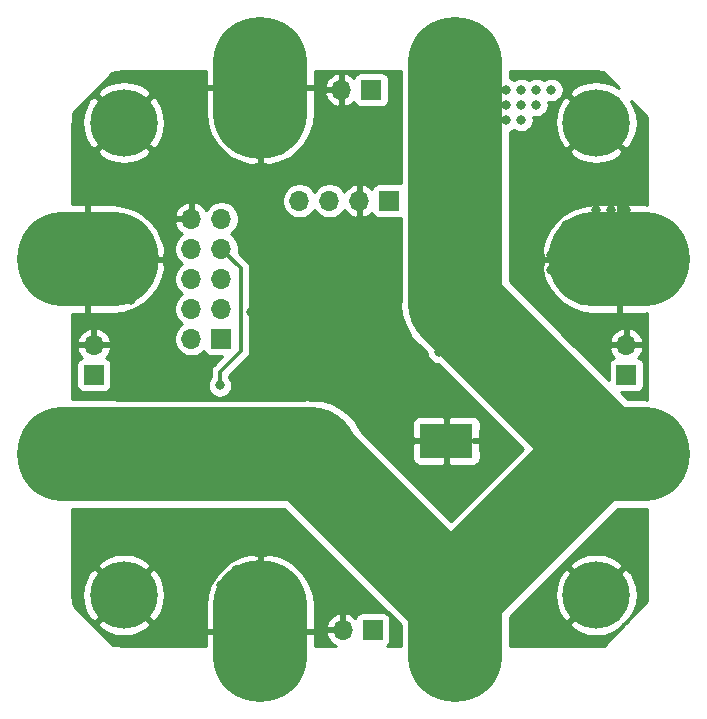
<source format=gbr>
%TF.GenerationSoftware,KiCad,Pcbnew,(5.1.8-0-10_14)*%
%TF.CreationDate,2021-02-18T22:33:31+08:00*%
%TF.ProjectId,batt_board,62617474-5f62-46f6-9172-642e6b696361,v0.2*%
%TF.SameCoordinates,Original*%
%TF.FileFunction,Copper,L2,Bot*%
%TF.FilePolarity,Positive*%
%FSLAX46Y46*%
G04 Gerber Fmt 4.6, Leading zero omitted, Abs format (unit mm)*
G04 Created by KiCad (PCBNEW (5.1.8-0-10_14)) date 2021-02-18 22:33:31*
%MOMM*%
%LPD*%
G01*
G04 APERTURE LIST*
%TA.AperFunction,ComponentPad*%
%ADD10R,1.700000X1.700000*%
%TD*%
%TA.AperFunction,ComponentPad*%
%ADD11O,1.700000X1.700000*%
%TD*%
%TA.AperFunction,SMDPad,CuDef*%
%ADD12O,8.000000X12.000000*%
%TD*%
%TA.AperFunction,SMDPad,CuDef*%
%ADD13O,12.000000X8.000000*%
%TD*%
%TA.AperFunction,ConnectorPad*%
%ADD14C,5.700000*%
%TD*%
%TA.AperFunction,ComponentPad*%
%ADD15C,3.600000*%
%TD*%
%TA.AperFunction,ComponentPad*%
%ADD16C,0.600000*%
%TD*%
%TA.AperFunction,SMDPad,CuDef*%
%ADD17R,4.500000X2.950000*%
%TD*%
%TA.AperFunction,ViaPad*%
%ADD18C,0.800000*%
%TD*%
%TA.AperFunction,Conductor*%
%ADD19C,0.500000*%
%TD*%
%TA.AperFunction,Conductor*%
%ADD20C,8.000000*%
%TD*%
%TA.AperFunction,Conductor*%
%ADD21C,0.300000*%
%TD*%
%TA.AperFunction,Conductor*%
%ADD22C,0.254000*%
%TD*%
%TA.AperFunction,Conductor*%
%ADD23C,0.100000*%
%TD*%
G04 APERTURE END LIST*
D10*
%TO.P,conn2upper1,1*%
%TO.N,+3V3*%
X128270000Y-83312000D03*
D11*
%TO.P,conn2upper1,2*%
%TO.N,Net-(conn2upper1-Pad2)*%
X125730000Y-83312000D03*
%TO.P,conn2upper1,3*%
%TO.N,+5V*%
X128270000Y-80772000D03*
%TO.P,conn2upper1,4*%
%TO.N,Net-(conn2upper1-Pad4)*%
X125730000Y-80772000D03*
%TO.P,conn2upper1,5*%
%TO.N,Net-(R13-Pad1)*%
X128270000Y-78232000D03*
%TO.P,conn2upper1,6*%
%TO.N,Net-(R12-Pad2)*%
X125730000Y-78232000D03*
%TO.P,conn2upper1,7*%
%TO.N,Net-(R10-Pad2)*%
X128270000Y-75692000D03*
%TO.P,conn2upper1,8*%
%TO.N,Net-(R11-Pad2)*%
X125730000Y-75692000D03*
%TO.P,conn2upper1,9*%
%TO.N,Net-(R9-Pad2)*%
X128270000Y-73152000D03*
%TO.P,conn2upper1,10*%
%TO.N,GND*%
X125730000Y-73152000D03*
%TD*%
D12*
%TO.P,J2,2*%
%TO.N,/VCC_IN*%
X148077200Y-108050800D03*
%TO.P,J2,1*%
%TO.N,GND*%
X131567200Y-108050800D03*
%TD*%
D13*
%TO.P,J5,2*%
%TO.N,/VCC_IN*%
X116949200Y-93077200D03*
%TO.P,J5,1*%
%TO.N,GND*%
X116949200Y-76567200D03*
%TD*%
%TO.P,J4,2*%
%TO.N,/VCC_IN*%
X161949200Y-93077200D03*
%TO.P,J4,1*%
%TO.N,GND*%
X161949200Y-76567200D03*
%TD*%
D12*
%TO.P,J3,2*%
%TO.N,/VCC_IN*%
X148077200Y-62050800D03*
%TO.P,J3,1*%
%TO.N,GND*%
X131567200Y-62050800D03*
%TD*%
D14*
%TO.P,H4,1*%
%TO.N,GND*%
X160000000Y-65000000D03*
D15*
X160000000Y-65000000D03*
%TD*%
D14*
%TO.P,H2,1*%
%TO.N,GND*%
X120000000Y-105000000D03*
D15*
X120000000Y-105000000D03*
%TD*%
D16*
%TO.P,U1,9*%
%TO.N,GND*%
X149120000Y-91348000D03*
X148020000Y-91348000D03*
X148020000Y-92548000D03*
X149120000Y-92548000D03*
X145520000Y-91348000D03*
X146720000Y-91348000D03*
X146720000Y-92548000D03*
X145520000Y-92548000D03*
D17*
X147320000Y-91948000D03*
%TD*%
D10*
%TO.P,Receiver1,1*%
%TO.N,+5V*%
X142494000Y-71628000D03*
D11*
%TO.P,Receiver1,2*%
%TO.N,GND*%
X139954000Y-71628000D03*
%TO.P,Receiver1,3*%
%TO.N,PMM*%
X137414000Y-71628000D03*
%TO.P,Receiver1,4*%
%TO.N,Net-(Receiver1-Pad4)*%
X134874000Y-71628000D03*
%TD*%
D14*
%TO.P,H3,1*%
%TO.N,GND*%
X160000000Y-105000000D03*
D15*
X160000000Y-105000000D03*
%TD*%
D14*
%TO.P,H1,1*%
%TO.N,GND*%
X120000000Y-65000000D03*
D15*
X120000000Y-65000000D03*
%TD*%
D11*
%TO.P,CH4,2*%
%TO.N,GND*%
X117475000Y-83820000D03*
D10*
%TO.P,CH4,1*%
%TO.N,PWM_CH4*%
X117475000Y-86360000D03*
%TD*%
D11*
%TO.P,CH3,2*%
%TO.N,GND*%
X138532200Y-107950000D03*
D10*
%TO.P,CH3,1*%
%TO.N,PWM_CH3*%
X141072200Y-107950000D03*
%TD*%
D11*
%TO.P,CH2,2*%
%TO.N,GND*%
X162560000Y-83820000D03*
D10*
%TO.P,CH2,1*%
%TO.N,PWM_CH2*%
X162560000Y-86360000D03*
%TD*%
D11*
%TO.P,CH1,2*%
%TO.N,GND*%
X138430000Y-62230000D03*
D10*
%TO.P,CH1,1*%
%TO.N,PWM_CH1*%
X140970000Y-62230000D03*
%TD*%
D18*
%TO.N,GND*%
X120142000Y-84328000D03*
X120650000Y-80010000D03*
X133350000Y-67310000D03*
X132080000Y-67310000D03*
X130810000Y-67310000D03*
%TO.N,/VCC_IN*%
X151130000Y-67310000D03*
X149860000Y-67310000D03*
X148590000Y-67310000D03*
X147320000Y-67310000D03*
%TO.N,GND*%
X156210000Y-77470000D03*
X156210000Y-76200000D03*
X157480000Y-73660000D03*
X157480000Y-74930000D03*
X157480000Y-76200000D03*
X157480000Y-77470000D03*
X157480000Y-78740000D03*
X160020000Y-80010000D03*
X158750000Y-80010000D03*
X158750000Y-77470000D03*
X158750000Y-78740000D03*
X158750000Y-76200000D03*
X158750000Y-74930000D03*
X158750000Y-73660000D03*
%TO.N,/VCC_IN*%
X158750000Y-90170000D03*
X160020000Y-90170000D03*
X160020000Y-96520000D03*
X158750000Y-96520000D03*
X158750000Y-95250000D03*
X157480000Y-95250000D03*
X158750000Y-93980000D03*
X157480000Y-93980000D03*
X158750000Y-92710000D03*
X157480000Y-92710000D03*
X158750000Y-91440000D03*
X157480000Y-91440000D03*
X146050000Y-102870000D03*
X144780000Y-104140000D03*
X144780000Y-107950000D03*
X144780000Y-106680000D03*
X144780000Y-105410000D03*
%TO.N,GND*%
X128270000Y-106680000D03*
X128270000Y-107950000D03*
X128270000Y-104140000D03*
X128270000Y-105410000D03*
%TO.N,/VCC_IN*%
X151130000Y-66040000D03*
%TO.N,GND*%
X129540000Y-102870000D03*
X133350000Y-66040000D03*
X132080000Y-66040000D03*
X130810000Y-66040000D03*
X129540000Y-66040000D03*
X128270000Y-64770000D03*
X129540000Y-64770000D03*
X130810000Y-64770000D03*
X132080000Y-64770000D03*
X133350000Y-64770000D03*
X134620000Y-64770000D03*
X134620000Y-63500000D03*
X133350000Y-63500000D03*
X132080000Y-62230000D03*
X132080000Y-63500000D03*
X130810000Y-63500000D03*
X128270000Y-63500000D03*
X129540000Y-63500000D03*
X130810000Y-62230000D03*
X128270000Y-62230000D03*
X129540000Y-62230000D03*
X130810000Y-62230000D03*
X133350000Y-62230000D03*
X134620000Y-62230000D03*
X121920000Y-74930000D03*
X121920000Y-76200000D03*
X121920000Y-77470000D03*
X121920000Y-78740000D03*
X120650000Y-78740000D03*
X120650000Y-77470000D03*
X120650000Y-76200000D03*
X120650000Y-74930000D03*
X120650000Y-73660000D03*
X118110000Y-73660000D03*
X119380000Y-73660000D03*
X119380000Y-74930000D03*
X118110000Y-74930000D03*
X118110000Y-76200000D03*
X119380000Y-76200000D03*
X119380000Y-77470000D03*
X118110000Y-77470000D03*
X118110000Y-78740000D03*
X119380000Y-78740000D03*
X119380000Y-80010000D03*
X118110000Y-80010000D03*
X116840000Y-80010000D03*
X116840000Y-78740000D03*
X116840000Y-77470000D03*
X116840000Y-76200000D03*
X116840000Y-74930000D03*
X116840000Y-73660000D03*
%TO.N,/VCC_IN*%
X116840000Y-90170000D03*
X116840000Y-91440000D03*
X116840000Y-92710000D03*
X116840000Y-93980000D03*
X116840000Y-93980000D03*
X116840000Y-95250000D03*
X116840000Y-96520000D03*
X118110000Y-96520000D03*
X118110000Y-95250000D03*
X118110000Y-93980000D03*
X118110000Y-92710000D03*
X118110000Y-91440000D03*
X119380000Y-90170000D03*
X118110000Y-90170000D03*
X119380000Y-92710000D03*
X119380000Y-93980000D03*
X119380000Y-95250000D03*
X119380000Y-96520000D03*
X120650000Y-95250000D03*
X120650000Y-93980000D03*
X120650000Y-92710000D03*
X120650000Y-91440000D03*
X119380000Y-91440000D03*
X120650000Y-90170000D03*
X121920000Y-91440000D03*
X121920000Y-92710000D03*
X121920000Y-93980000D03*
%TO.N,GND*%
X130810000Y-102870000D03*
X132080000Y-102870000D03*
X133350000Y-102870000D03*
X134620000Y-105410000D03*
X134620000Y-104140000D03*
X133350000Y-104140000D03*
X132080000Y-104140000D03*
X130810000Y-104140000D03*
X129540000Y-104140000D03*
X129540000Y-105410000D03*
X130810000Y-105410000D03*
X132080000Y-105410000D03*
X133350000Y-105410000D03*
X133350000Y-106680000D03*
X130810000Y-107950000D03*
X129540000Y-107950000D03*
X132080000Y-107950000D03*
X133350000Y-107950000D03*
X134620000Y-107950000D03*
X134620000Y-106680000D03*
X132080000Y-106680000D03*
X130810000Y-106680000D03*
X129540000Y-106680000D03*
%TO.N,/VCC_IN*%
X149860000Y-102870000D03*
X147320000Y-102870000D03*
X148590000Y-102870000D03*
X148590000Y-102870000D03*
X146050000Y-104140000D03*
X147320000Y-104140000D03*
X148590000Y-104140000D03*
X149860000Y-104140000D03*
X148590000Y-105410000D03*
X146050000Y-105410000D03*
X147320000Y-105410000D03*
X147320000Y-106680000D03*
X146050000Y-106680000D03*
X146050000Y-106680000D03*
X148590000Y-106680000D03*
X149860000Y-106680000D03*
X151130000Y-106680000D03*
X151130000Y-105410000D03*
X149860000Y-105410000D03*
X151130000Y-104140000D03*
X149860000Y-107950000D03*
X146050000Y-107950000D03*
X147320000Y-107950000D03*
X148590000Y-107950000D03*
X151130000Y-107950000D03*
X160020000Y-91440000D03*
X161290000Y-90170000D03*
X161290000Y-91440000D03*
X161290000Y-92710000D03*
X160020000Y-92710000D03*
X160020000Y-95250000D03*
X161290000Y-93980000D03*
X160020000Y-93980000D03*
X161290000Y-96520000D03*
X162560000Y-96520000D03*
X162560000Y-95250000D03*
X161290000Y-95250000D03*
X162560000Y-92710000D03*
X162560000Y-93980000D03*
X162560000Y-91440000D03*
X162560000Y-90170000D03*
%TO.N,GND*%
X162560000Y-69850000D03*
X162560000Y-71120000D03*
X161290000Y-71120000D03*
X160020000Y-72390000D03*
X161290000Y-72390000D03*
X162560000Y-72390000D03*
X160020000Y-78740000D03*
X162560000Y-80010000D03*
X161290000Y-80010000D03*
X161290000Y-78740000D03*
X162560000Y-78740000D03*
X162560000Y-77470000D03*
X161290000Y-77470000D03*
X160020000Y-77470000D03*
X160020000Y-76200000D03*
X160020000Y-74930000D03*
X161290000Y-76200000D03*
X161290000Y-74930000D03*
X162560000Y-76200000D03*
X162560000Y-74930000D03*
X162560000Y-73660000D03*
X161290000Y-73660000D03*
X160020000Y-73660000D03*
X142621000Y-65532000D03*
X130810000Y-81026000D03*
X131431000Y-84977000D03*
X142048964Y-77532964D03*
X142748000Y-79756000D03*
X138862713Y-78791536D03*
X138862713Y-80459434D03*
%TO.N,/VCC_IN*%
X153670000Y-64770000D03*
X152400000Y-64770000D03*
X154940000Y-63500000D03*
X153670000Y-63500000D03*
X152400000Y-63500000D03*
X149860000Y-66040000D03*
X148590000Y-66040000D03*
X147320000Y-66040000D03*
X146050000Y-66040000D03*
X144780000Y-64770000D03*
X148590000Y-64770000D03*
X146050000Y-64770000D03*
X147320000Y-64770000D03*
X149860000Y-64770000D03*
X151130000Y-64770000D03*
X151130000Y-63500000D03*
X149860000Y-63500000D03*
X148590000Y-63500000D03*
X147320000Y-63500000D03*
X146050000Y-63500000D03*
X144780000Y-63500000D03*
X144780000Y-62230000D03*
X146050000Y-62230000D03*
X147320000Y-62230000D03*
X148590000Y-62230000D03*
X149860000Y-62230000D03*
X151130000Y-62230000D03*
X152400000Y-62230000D03*
X154940000Y-62230000D03*
X153670000Y-62230000D03*
X156210000Y-62230000D03*
X158496000Y-86106000D03*
X144526000Y-70231000D03*
X148844000Y-81915000D03*
X147447000Y-81915000D03*
X146711500Y-83158500D03*
X146711500Y-84428500D03*
X126111000Y-90297000D03*
X139446000Y-100965000D03*
%TO.N,Net-(R10-Pad2)*%
X128143000Y-87249000D03*
%TD*%
D19*
%TO.N,/VCC_IN*%
X116949200Y-93077200D02*
X117050800Y-93077200D01*
D20*
X119735600Y-93091000D02*
X135890000Y-93091000D01*
D19*
X148077200Y-108050800D02*
X148077200Y-106949200D01*
X133350000Y-93091000D02*
X136271000Y-93091000D01*
D20*
X135513800Y-93091000D02*
X147701000Y-105278200D01*
D19*
X135890000Y-93091000D02*
X135890000Y-95863600D01*
D20*
X148082000Y-104902000D02*
X159893000Y-93091000D01*
X148077200Y-80379410D02*
X156467395Y-88769605D01*
X148077200Y-62050800D02*
X148077200Y-80379410D01*
X156467395Y-88769605D02*
X160774990Y-93077200D01*
D21*
%TO.N,Net-(R10-Pad2)*%
X128143000Y-87249000D02*
X128143000Y-87249000D01*
X128143000Y-86106000D02*
X128143000Y-87249000D01*
X129921000Y-77343000D02*
X129921000Y-84328000D01*
X129921000Y-84328000D02*
X128143000Y-86106000D01*
X128270000Y-75692000D02*
X129921000Y-77343000D01*
%TD*%
D22*
%TO.N,GND*%
X119507905Y-97726000D02*
X133593921Y-97726000D01*
X143442200Y-107574279D01*
X143442200Y-109340000D01*
X142258990Y-109340000D01*
X142276694Y-109330537D01*
X142373385Y-109251185D01*
X142452737Y-109154494D01*
X142511702Y-109044180D01*
X142548012Y-108924482D01*
X142560272Y-108800000D01*
X142560272Y-107100000D01*
X142548012Y-106975518D01*
X142511702Y-106855820D01*
X142452737Y-106745506D01*
X142373385Y-106648815D01*
X142276694Y-106569463D01*
X142166380Y-106510498D01*
X142046682Y-106474188D01*
X141922200Y-106461928D01*
X140222200Y-106461928D01*
X140097718Y-106474188D01*
X139978020Y-106510498D01*
X139867706Y-106569463D01*
X139771015Y-106648815D01*
X139691663Y-106745506D01*
X139632698Y-106855820D01*
X139608234Y-106936466D01*
X139532469Y-106852412D01*
X139299120Y-106678359D01*
X139036299Y-106553175D01*
X138889090Y-106508524D01*
X138659200Y-106629845D01*
X138659200Y-107823000D01*
X138679200Y-107823000D01*
X138679200Y-108077000D01*
X138659200Y-108077000D01*
X138659200Y-108097000D01*
X138405200Y-108097000D01*
X138405200Y-108077000D01*
X137211386Y-108077000D01*
X137090719Y-108306891D01*
X137188043Y-108581252D01*
X137337022Y-108831355D01*
X137531931Y-109047588D01*
X137765280Y-109221641D01*
X138013772Y-109340000D01*
X136202200Y-109340000D01*
X136202200Y-108177800D01*
X131694200Y-108177800D01*
X131694200Y-108197800D01*
X131440200Y-108197800D01*
X131440200Y-108177800D01*
X126932200Y-108177800D01*
X126932200Y-109340000D01*
X120029392Y-109340000D01*
X119231917Y-109268827D01*
X119050917Y-109219311D01*
X117283639Y-107452033D01*
X117727572Y-107452033D01*
X118045757Y-107905850D01*
X118650210Y-108231269D01*
X119306535Y-108432512D01*
X119989510Y-108501845D01*
X120672888Y-108436605D01*
X121330407Y-108239298D01*
X121936799Y-107917506D01*
X121954243Y-107905850D01*
X122272428Y-107452033D01*
X120000000Y-105179605D01*
X117727572Y-107452033D01*
X117283639Y-107452033D01*
X115786217Y-105954611D01*
X115707935Y-105628543D01*
X115661008Y-104989510D01*
X116498155Y-104989510D01*
X116563395Y-105672888D01*
X116760702Y-106330407D01*
X117082494Y-106936799D01*
X117094150Y-106954243D01*
X117547967Y-107272428D01*
X119820395Y-105000000D01*
X120179605Y-105000000D01*
X122452033Y-107272428D01*
X122905850Y-106954243D01*
X123231269Y-106349790D01*
X123361886Y-105923800D01*
X126932200Y-105923800D01*
X126932200Y-107923800D01*
X131440200Y-107923800D01*
X131440200Y-101576352D01*
X131694200Y-101576352D01*
X131694200Y-107923800D01*
X136202200Y-107923800D01*
X136202200Y-107593109D01*
X137090719Y-107593109D01*
X137211386Y-107823000D01*
X138405200Y-107823000D01*
X138405200Y-106629845D01*
X138175310Y-106508524D01*
X138028101Y-106553175D01*
X137765280Y-106678359D01*
X137531931Y-106852412D01*
X137337022Y-107068645D01*
X137188043Y-107318748D01*
X137090719Y-107593109D01*
X136202200Y-107593109D01*
X136202200Y-105923800D01*
X136088363Y-105021997D01*
X135800781Y-104159730D01*
X135350504Y-103370136D01*
X134754837Y-102683558D01*
X134036671Y-102126381D01*
X133223605Y-101720018D01*
X132417438Y-101494450D01*
X131694200Y-101576352D01*
X131440200Y-101576352D01*
X130716962Y-101494450D01*
X129910795Y-101720018D01*
X129097729Y-102126381D01*
X128379563Y-102683558D01*
X127783896Y-103370136D01*
X127333619Y-104159730D01*
X127046037Y-105021997D01*
X126932200Y-105923800D01*
X123361886Y-105923800D01*
X123432512Y-105693465D01*
X123501845Y-105010490D01*
X123436605Y-104327112D01*
X123239298Y-103669593D01*
X122917506Y-103063201D01*
X122905850Y-103045757D01*
X122452033Y-102727572D01*
X120179605Y-105000000D01*
X119820395Y-105000000D01*
X117547967Y-102727572D01*
X117094150Y-103045757D01*
X116768731Y-103650210D01*
X116567488Y-104306535D01*
X116498155Y-104989510D01*
X115661008Y-104989510D01*
X115660000Y-104975793D01*
X115660000Y-102547967D01*
X117727572Y-102547967D01*
X120000000Y-104820395D01*
X122272428Y-102547967D01*
X121954243Y-102094150D01*
X121349790Y-101768731D01*
X120693465Y-101567488D01*
X120010490Y-101498155D01*
X119327112Y-101563395D01*
X118669593Y-101760702D01*
X118063201Y-102082494D01*
X118045757Y-102094150D01*
X117727572Y-102547967D01*
X115660000Y-102547967D01*
X115660000Y-97712200D01*
X119176895Y-97712200D01*
X119272343Y-97702799D01*
X119507905Y-97726000D01*
%TA.AperFunction,Conductor*%
D23*
G36*
X119507905Y-97726000D02*
G01*
X133593921Y-97726000D01*
X143442200Y-107574279D01*
X143442200Y-109340000D01*
X142258990Y-109340000D01*
X142276694Y-109330537D01*
X142373385Y-109251185D01*
X142452737Y-109154494D01*
X142511702Y-109044180D01*
X142548012Y-108924482D01*
X142560272Y-108800000D01*
X142560272Y-107100000D01*
X142548012Y-106975518D01*
X142511702Y-106855820D01*
X142452737Y-106745506D01*
X142373385Y-106648815D01*
X142276694Y-106569463D01*
X142166380Y-106510498D01*
X142046682Y-106474188D01*
X141922200Y-106461928D01*
X140222200Y-106461928D01*
X140097718Y-106474188D01*
X139978020Y-106510498D01*
X139867706Y-106569463D01*
X139771015Y-106648815D01*
X139691663Y-106745506D01*
X139632698Y-106855820D01*
X139608234Y-106936466D01*
X139532469Y-106852412D01*
X139299120Y-106678359D01*
X139036299Y-106553175D01*
X138889090Y-106508524D01*
X138659200Y-106629845D01*
X138659200Y-107823000D01*
X138679200Y-107823000D01*
X138679200Y-108077000D01*
X138659200Y-108077000D01*
X138659200Y-108097000D01*
X138405200Y-108097000D01*
X138405200Y-108077000D01*
X137211386Y-108077000D01*
X137090719Y-108306891D01*
X137188043Y-108581252D01*
X137337022Y-108831355D01*
X137531931Y-109047588D01*
X137765280Y-109221641D01*
X138013772Y-109340000D01*
X136202200Y-109340000D01*
X136202200Y-108177800D01*
X131694200Y-108177800D01*
X131694200Y-108197800D01*
X131440200Y-108197800D01*
X131440200Y-108177800D01*
X126932200Y-108177800D01*
X126932200Y-109340000D01*
X120029392Y-109340000D01*
X119231917Y-109268827D01*
X119050917Y-109219311D01*
X117283639Y-107452033D01*
X117727572Y-107452033D01*
X118045757Y-107905850D01*
X118650210Y-108231269D01*
X119306535Y-108432512D01*
X119989510Y-108501845D01*
X120672888Y-108436605D01*
X121330407Y-108239298D01*
X121936799Y-107917506D01*
X121954243Y-107905850D01*
X122272428Y-107452033D01*
X120000000Y-105179605D01*
X117727572Y-107452033D01*
X117283639Y-107452033D01*
X115786217Y-105954611D01*
X115707935Y-105628543D01*
X115661008Y-104989510D01*
X116498155Y-104989510D01*
X116563395Y-105672888D01*
X116760702Y-106330407D01*
X117082494Y-106936799D01*
X117094150Y-106954243D01*
X117547967Y-107272428D01*
X119820395Y-105000000D01*
X120179605Y-105000000D01*
X122452033Y-107272428D01*
X122905850Y-106954243D01*
X123231269Y-106349790D01*
X123361886Y-105923800D01*
X126932200Y-105923800D01*
X126932200Y-107923800D01*
X131440200Y-107923800D01*
X131440200Y-101576352D01*
X131694200Y-101576352D01*
X131694200Y-107923800D01*
X136202200Y-107923800D01*
X136202200Y-107593109D01*
X137090719Y-107593109D01*
X137211386Y-107823000D01*
X138405200Y-107823000D01*
X138405200Y-106629845D01*
X138175310Y-106508524D01*
X138028101Y-106553175D01*
X137765280Y-106678359D01*
X137531931Y-106852412D01*
X137337022Y-107068645D01*
X137188043Y-107318748D01*
X137090719Y-107593109D01*
X136202200Y-107593109D01*
X136202200Y-105923800D01*
X136088363Y-105021997D01*
X135800781Y-104159730D01*
X135350504Y-103370136D01*
X134754837Y-102683558D01*
X134036671Y-102126381D01*
X133223605Y-101720018D01*
X132417438Y-101494450D01*
X131694200Y-101576352D01*
X131440200Y-101576352D01*
X130716962Y-101494450D01*
X129910795Y-101720018D01*
X129097729Y-102126381D01*
X128379563Y-102683558D01*
X127783896Y-103370136D01*
X127333619Y-104159730D01*
X127046037Y-105021997D01*
X126932200Y-105923800D01*
X123361886Y-105923800D01*
X123432512Y-105693465D01*
X123501845Y-105010490D01*
X123436605Y-104327112D01*
X123239298Y-103669593D01*
X122917506Y-103063201D01*
X122905850Y-103045757D01*
X122452033Y-102727572D01*
X120179605Y-105000000D01*
X119820395Y-105000000D01*
X117547967Y-102727572D01*
X117094150Y-103045757D01*
X116768731Y-103650210D01*
X116567488Y-104306535D01*
X116498155Y-104989510D01*
X115661008Y-104989510D01*
X115660000Y-104975793D01*
X115660000Y-102547967D01*
X117727572Y-102547967D01*
X120000000Y-104820395D01*
X122272428Y-102547967D01*
X121954243Y-102094150D01*
X121349790Y-101768731D01*
X120693465Y-101567488D01*
X120010490Y-101498155D01*
X119327112Y-101563395D01*
X118669593Y-101760702D01*
X118063201Y-102082494D01*
X118045757Y-102094150D01*
X117727572Y-102547967D01*
X115660000Y-102547967D01*
X115660000Y-97712200D01*
X119176895Y-97712200D01*
X119272343Y-97702799D01*
X119507905Y-97726000D01*
G37*
%TD.AperFunction*%
D22*
X164340001Y-104970597D02*
X164288316Y-105549718D01*
X162531931Y-107352323D01*
X162452035Y-107272427D01*
X162905850Y-106954243D01*
X163231269Y-106349790D01*
X163432512Y-105693465D01*
X163501845Y-105010490D01*
X163436605Y-104327112D01*
X163239298Y-103669593D01*
X162917506Y-103063201D01*
X162905850Y-103045757D01*
X162452033Y-102727572D01*
X160179605Y-105000000D01*
X160193748Y-105014143D01*
X160014143Y-105193748D01*
X160000000Y-105179605D01*
X157727572Y-107452033D01*
X158045757Y-107905850D01*
X158650210Y-108231269D01*
X159306535Y-108432512D01*
X159989510Y-108501845D01*
X160672888Y-108436605D01*
X161330407Y-108239298D01*
X161936799Y-107917506D01*
X161954243Y-107905850D01*
X162272427Y-107452035D01*
X162354656Y-107534264D01*
X160646013Y-109287871D01*
X160628543Y-109292065D01*
X159975793Y-109340000D01*
X152712200Y-109340000D01*
X152712200Y-106826679D01*
X154549369Y-104989510D01*
X156498155Y-104989510D01*
X156563395Y-105672888D01*
X156760702Y-106330407D01*
X157082494Y-106936799D01*
X157094150Y-106954243D01*
X157547967Y-107272428D01*
X159820395Y-105000000D01*
X157547967Y-102727572D01*
X157094150Y-103045757D01*
X156768731Y-103650210D01*
X156567488Y-104306535D01*
X156498155Y-104989510D01*
X154549369Y-104989510D01*
X156990912Y-102547967D01*
X157727572Y-102547967D01*
X160000000Y-104820395D01*
X162272428Y-102547967D01*
X161954243Y-102094150D01*
X161349790Y-101768731D01*
X160693465Y-101567488D01*
X160010490Y-101498155D01*
X159327112Y-101563395D01*
X158669593Y-101760702D01*
X158063201Y-102082494D01*
X158045757Y-102094150D01*
X157727572Y-102547967D01*
X156990912Y-102547967D01*
X161826680Y-97712200D01*
X164176895Y-97712200D01*
X164340001Y-97696136D01*
X164340001Y-104970597D01*
%TA.AperFunction,Conductor*%
D23*
G36*
X164340001Y-104970597D02*
G01*
X164288316Y-105549718D01*
X162531931Y-107352323D01*
X162452035Y-107272427D01*
X162905850Y-106954243D01*
X163231269Y-106349790D01*
X163432512Y-105693465D01*
X163501845Y-105010490D01*
X163436605Y-104327112D01*
X163239298Y-103669593D01*
X162917506Y-103063201D01*
X162905850Y-103045757D01*
X162452033Y-102727572D01*
X160179605Y-105000000D01*
X160193748Y-105014143D01*
X160014143Y-105193748D01*
X160000000Y-105179605D01*
X157727572Y-107452033D01*
X158045757Y-107905850D01*
X158650210Y-108231269D01*
X159306535Y-108432512D01*
X159989510Y-108501845D01*
X160672888Y-108436605D01*
X161330407Y-108239298D01*
X161936799Y-107917506D01*
X161954243Y-107905850D01*
X162272427Y-107452035D01*
X162354656Y-107534264D01*
X160646013Y-109287871D01*
X160628543Y-109292065D01*
X159975793Y-109340000D01*
X152712200Y-109340000D01*
X152712200Y-106826679D01*
X154549369Y-104989510D01*
X156498155Y-104989510D01*
X156563395Y-105672888D01*
X156760702Y-106330407D01*
X157082494Y-106936799D01*
X157094150Y-106954243D01*
X157547967Y-107272428D01*
X159820395Y-105000000D01*
X157547967Y-102727572D01*
X157094150Y-103045757D01*
X156768731Y-103650210D01*
X156567488Y-104306535D01*
X156498155Y-104989510D01*
X154549369Y-104989510D01*
X156990912Y-102547967D01*
X157727572Y-102547967D01*
X160000000Y-104820395D01*
X162272428Y-102547967D01*
X161954243Y-102094150D01*
X161349790Y-101768731D01*
X160693465Y-101567488D01*
X160010490Y-101498155D01*
X159327112Y-101563395D01*
X158669593Y-101760702D01*
X158063201Y-102082494D01*
X158045757Y-102094150D01*
X157727572Y-102547967D01*
X156990912Y-102547967D01*
X161826680Y-97712200D01*
X164176895Y-97712200D01*
X164340001Y-97696136D01*
X164340001Y-104970597D01*
G37*
%TD.AperFunction*%
D22*
X126932200Y-61923800D02*
X131440200Y-61923800D01*
X131440200Y-61903800D01*
X131694200Y-61903800D01*
X131694200Y-61923800D01*
X136202200Y-61923800D01*
X136202200Y-61873109D01*
X136988519Y-61873109D01*
X137109186Y-62103000D01*
X138303000Y-62103000D01*
X138303000Y-60909845D01*
X138557000Y-60909845D01*
X138557000Y-62103000D01*
X138577000Y-62103000D01*
X138577000Y-62357000D01*
X138557000Y-62357000D01*
X138557000Y-63550155D01*
X138786890Y-63671476D01*
X138934099Y-63626825D01*
X139196920Y-63501641D01*
X139430269Y-63327588D01*
X139506034Y-63243534D01*
X139530498Y-63324180D01*
X139589463Y-63434494D01*
X139668815Y-63531185D01*
X139765506Y-63610537D01*
X139875820Y-63669502D01*
X139995518Y-63705812D01*
X140120000Y-63718072D01*
X141820000Y-63718072D01*
X141944482Y-63705812D01*
X142064180Y-63669502D01*
X142174494Y-63610537D01*
X142271185Y-63531185D01*
X142350537Y-63434494D01*
X142409502Y-63324180D01*
X142445812Y-63204482D01*
X142458072Y-63080000D01*
X142458072Y-61380000D01*
X142445812Y-61255518D01*
X142409502Y-61135820D01*
X142350537Y-61025506D01*
X142271185Y-60928815D01*
X142174494Y-60849463D01*
X142064180Y-60790498D01*
X141944482Y-60754188D01*
X141820000Y-60741928D01*
X140120000Y-60741928D01*
X139995518Y-60754188D01*
X139875820Y-60790498D01*
X139765506Y-60849463D01*
X139668815Y-60928815D01*
X139589463Y-61025506D01*
X139530498Y-61135820D01*
X139506034Y-61216466D01*
X139430269Y-61132412D01*
X139196920Y-60958359D01*
X138934099Y-60833175D01*
X138786890Y-60788524D01*
X138557000Y-60909845D01*
X138303000Y-60909845D01*
X138073110Y-60788524D01*
X137925901Y-60833175D01*
X137663080Y-60958359D01*
X137429731Y-61132412D01*
X137234822Y-61348645D01*
X137085843Y-61598748D01*
X136988519Y-61873109D01*
X136202200Y-61873109D01*
X136202200Y-60660000D01*
X143442200Y-60660000D01*
X143442200Y-70149600D01*
X143344000Y-70139928D01*
X141644000Y-70139928D01*
X141519518Y-70152188D01*
X141399820Y-70188498D01*
X141289506Y-70247463D01*
X141192815Y-70326815D01*
X141113463Y-70423506D01*
X141054498Y-70533820D01*
X141030034Y-70614466D01*
X140954269Y-70530412D01*
X140720920Y-70356359D01*
X140458099Y-70231175D01*
X140310890Y-70186524D01*
X140081000Y-70307845D01*
X140081000Y-71501000D01*
X140101000Y-71501000D01*
X140101000Y-71755000D01*
X140081000Y-71755000D01*
X140081000Y-72948155D01*
X140310890Y-73069476D01*
X140458099Y-73024825D01*
X140720920Y-72899641D01*
X140954269Y-72725588D01*
X141030034Y-72641534D01*
X141054498Y-72722180D01*
X141113463Y-72832494D01*
X141192815Y-72929185D01*
X141289506Y-73008537D01*
X141399820Y-73067502D01*
X141519518Y-73103812D01*
X141644000Y-73116072D01*
X143344000Y-73116072D01*
X143442201Y-73106400D01*
X143442201Y-80151707D01*
X143419774Y-80379410D01*
X143509266Y-81288028D01*
X143774299Y-82161729D01*
X144204692Y-82966937D01*
X144278245Y-83056561D01*
X144783903Y-83672708D01*
X144960768Y-83817857D01*
X145677282Y-84534371D01*
X145716274Y-84730398D01*
X145794295Y-84918756D01*
X145907563Y-85088274D01*
X146051726Y-85232437D01*
X146221244Y-85345705D01*
X146409602Y-85423726D01*
X146605629Y-85462718D01*
X153786016Y-92643105D01*
X147703400Y-98725721D01*
X140085585Y-91107906D01*
X139762508Y-90503473D01*
X139737500Y-90473000D01*
X144431928Y-90473000D01*
X144435000Y-91662250D01*
X144593750Y-91821000D01*
X145070094Y-91821000D01*
X145065064Y-91913459D01*
X145099605Y-91948000D01*
X145065064Y-91982541D01*
X145070094Y-92075000D01*
X144593750Y-92075000D01*
X144435000Y-92233750D01*
X144431928Y-93423000D01*
X144444188Y-93547482D01*
X144480498Y-93667180D01*
X144539463Y-93777494D01*
X144618815Y-93874185D01*
X144715506Y-93953537D01*
X144825820Y-94012502D01*
X144945518Y-94048812D01*
X145070000Y-94061072D01*
X147034250Y-94058000D01*
X147193000Y-93899250D01*
X147193000Y-92992467D01*
X147352762Y-93001157D01*
X147354541Y-93002936D01*
X147370000Y-93002095D01*
X147385459Y-93002936D01*
X147387238Y-93001157D01*
X147447000Y-92997906D01*
X147447000Y-93899250D01*
X147605750Y-94058000D01*
X149570000Y-94061072D01*
X149694482Y-94048812D01*
X149814180Y-94012502D01*
X149924494Y-93953537D01*
X150021185Y-93874185D01*
X150100537Y-93777494D01*
X150159502Y-93667180D01*
X150195812Y-93547482D01*
X150208072Y-93423000D01*
X150205000Y-92233750D01*
X150046250Y-92075000D01*
X149569906Y-92075000D01*
X149574936Y-91982541D01*
X149540395Y-91948000D01*
X149574936Y-91913459D01*
X149569906Y-91821000D01*
X150046250Y-91821000D01*
X150205000Y-91662250D01*
X150208072Y-90473000D01*
X150195812Y-90348518D01*
X150159502Y-90228820D01*
X150100537Y-90118506D01*
X150021185Y-90021815D01*
X149924494Y-89942463D01*
X149814180Y-89883498D01*
X149694482Y-89847188D01*
X149570000Y-89834928D01*
X147605750Y-89838000D01*
X147447000Y-89996750D01*
X147447000Y-90898094D01*
X147387238Y-90894843D01*
X147385459Y-90893064D01*
X147370000Y-90893905D01*
X147354541Y-90893064D01*
X147352762Y-90894843D01*
X147193000Y-90903533D01*
X147193000Y-89996750D01*
X147034250Y-89838000D01*
X145070000Y-89834928D01*
X144945518Y-89847188D01*
X144825820Y-89883498D01*
X144715506Y-89942463D01*
X144618815Y-90021815D01*
X144539463Y-90118506D01*
X144480498Y-90228820D01*
X144444188Y-90348518D01*
X144431928Y-90473000D01*
X139737500Y-90473000D01*
X139183298Y-89797702D01*
X138477527Y-89218492D01*
X137672320Y-88788099D01*
X136798619Y-88523065D01*
X136117695Y-88456000D01*
X135741493Y-88456000D01*
X135513800Y-88433574D01*
X135286107Y-88456000D01*
X119507905Y-88456000D01*
X119412457Y-88465401D01*
X119176895Y-88442200D01*
X115660000Y-88442200D01*
X115660000Y-85510000D01*
X115986928Y-85510000D01*
X115986928Y-87210000D01*
X115999188Y-87334482D01*
X116035498Y-87454180D01*
X116094463Y-87564494D01*
X116173815Y-87661185D01*
X116270506Y-87740537D01*
X116380820Y-87799502D01*
X116500518Y-87835812D01*
X116625000Y-87848072D01*
X118325000Y-87848072D01*
X118449482Y-87835812D01*
X118569180Y-87799502D01*
X118679494Y-87740537D01*
X118776185Y-87661185D01*
X118855537Y-87564494D01*
X118914502Y-87454180D01*
X118950812Y-87334482D01*
X118963072Y-87210000D01*
X118963072Y-85510000D01*
X118950812Y-85385518D01*
X118914502Y-85265820D01*
X118855537Y-85155506D01*
X118776185Y-85058815D01*
X118679494Y-84979463D01*
X118569180Y-84920498D01*
X118488534Y-84896034D01*
X118572588Y-84820269D01*
X118746641Y-84586920D01*
X118871825Y-84324099D01*
X118916476Y-84176890D01*
X118795155Y-83947000D01*
X117602000Y-83947000D01*
X117602000Y-83967000D01*
X117348000Y-83967000D01*
X117348000Y-83947000D01*
X116154845Y-83947000D01*
X116033524Y-84176890D01*
X116078175Y-84324099D01*
X116203359Y-84586920D01*
X116377412Y-84820269D01*
X116461466Y-84896034D01*
X116380820Y-84920498D01*
X116270506Y-84979463D01*
X116173815Y-85058815D01*
X116094463Y-85155506D01*
X116035498Y-85265820D01*
X115999188Y-85385518D01*
X115986928Y-85510000D01*
X115660000Y-85510000D01*
X115660000Y-83463110D01*
X116033524Y-83463110D01*
X116154845Y-83693000D01*
X117348000Y-83693000D01*
X117348000Y-82499186D01*
X117602000Y-82499186D01*
X117602000Y-83693000D01*
X118795155Y-83693000D01*
X118916476Y-83463110D01*
X118871825Y-83315901D01*
X118746641Y-83053080D01*
X118572588Y-82819731D01*
X118356355Y-82624822D01*
X118106252Y-82475843D01*
X117831891Y-82378519D01*
X117602000Y-82499186D01*
X117348000Y-82499186D01*
X117118109Y-82378519D01*
X116843748Y-82475843D01*
X116593645Y-82624822D01*
X116377412Y-82819731D01*
X116203359Y-83053080D01*
X116078175Y-83315901D01*
X116033524Y-83463110D01*
X115660000Y-83463110D01*
X115660000Y-81202200D01*
X116822200Y-81202200D01*
X116822200Y-76694200D01*
X117076200Y-76694200D01*
X117076200Y-81202200D01*
X119076200Y-81202200D01*
X119978003Y-81088363D01*
X120840270Y-80800781D01*
X121629864Y-80350504D01*
X122316442Y-79754837D01*
X122873619Y-79036671D01*
X123279982Y-78223605D01*
X123505550Y-77417438D01*
X123423648Y-76694200D01*
X117076200Y-76694200D01*
X116822200Y-76694200D01*
X116802200Y-76694200D01*
X116802200Y-76440200D01*
X116822200Y-76440200D01*
X116822200Y-71932200D01*
X117076200Y-71932200D01*
X117076200Y-76440200D01*
X123423648Y-76440200D01*
X123505550Y-75716962D01*
X123457642Y-75545740D01*
X124245000Y-75545740D01*
X124245000Y-75838260D01*
X124302068Y-76125158D01*
X124414010Y-76395411D01*
X124576525Y-76638632D01*
X124783368Y-76845475D01*
X124957760Y-76962000D01*
X124783368Y-77078525D01*
X124576525Y-77285368D01*
X124414010Y-77528589D01*
X124302068Y-77798842D01*
X124245000Y-78085740D01*
X124245000Y-78378260D01*
X124302068Y-78665158D01*
X124414010Y-78935411D01*
X124576525Y-79178632D01*
X124783368Y-79385475D01*
X124957760Y-79502000D01*
X124783368Y-79618525D01*
X124576525Y-79825368D01*
X124414010Y-80068589D01*
X124302068Y-80338842D01*
X124245000Y-80625740D01*
X124245000Y-80918260D01*
X124302068Y-81205158D01*
X124414010Y-81475411D01*
X124576525Y-81718632D01*
X124783368Y-81925475D01*
X124957760Y-82042000D01*
X124783368Y-82158525D01*
X124576525Y-82365368D01*
X124414010Y-82608589D01*
X124302068Y-82878842D01*
X124245000Y-83165740D01*
X124245000Y-83458260D01*
X124302068Y-83745158D01*
X124414010Y-84015411D01*
X124576525Y-84258632D01*
X124783368Y-84465475D01*
X125026589Y-84627990D01*
X125296842Y-84739932D01*
X125583740Y-84797000D01*
X125876260Y-84797000D01*
X126163158Y-84739932D01*
X126433411Y-84627990D01*
X126676632Y-84465475D01*
X126808487Y-84333620D01*
X126830498Y-84406180D01*
X126889463Y-84516494D01*
X126968815Y-84613185D01*
X127065506Y-84692537D01*
X127175820Y-84751502D01*
X127295518Y-84787812D01*
X127420000Y-84800072D01*
X128338771Y-84800072D01*
X127615190Y-85523653D01*
X127585236Y-85548236D01*
X127487138Y-85667768D01*
X127414246Y-85804141D01*
X127369359Y-85952114D01*
X127358000Y-86067440D01*
X127358000Y-86067447D01*
X127354203Y-86106000D01*
X127358000Y-86144553D01*
X127358000Y-86570289D01*
X127339063Y-86589226D01*
X127225795Y-86758744D01*
X127147774Y-86947102D01*
X127108000Y-87147061D01*
X127108000Y-87350939D01*
X127147774Y-87550898D01*
X127225795Y-87739256D01*
X127339063Y-87908774D01*
X127483226Y-88052937D01*
X127652744Y-88166205D01*
X127841102Y-88244226D01*
X128041061Y-88284000D01*
X128244939Y-88284000D01*
X128444898Y-88244226D01*
X128633256Y-88166205D01*
X128802774Y-88052937D01*
X128946937Y-87908774D01*
X129060205Y-87739256D01*
X129138226Y-87550898D01*
X129178000Y-87350939D01*
X129178000Y-87147061D01*
X129138226Y-86947102D01*
X129060205Y-86758744D01*
X128946937Y-86589226D01*
X128928000Y-86570289D01*
X128928000Y-86431157D01*
X130448810Y-84910347D01*
X130478764Y-84885764D01*
X130576862Y-84766233D01*
X130649754Y-84629860D01*
X130662780Y-84586920D01*
X130694642Y-84481887D01*
X130702098Y-84406180D01*
X130706000Y-84366561D01*
X130706000Y-84366556D01*
X130709797Y-84328000D01*
X130706000Y-84289444D01*
X130706000Y-77381556D01*
X130709797Y-77343000D01*
X130706000Y-77304440D01*
X130706000Y-77304439D01*
X130702020Y-77264026D01*
X130694642Y-77189113D01*
X130649754Y-77041140D01*
X130632035Y-77007990D01*
X130576862Y-76904767D01*
X130478764Y-76785236D01*
X130448811Y-76760654D01*
X129717075Y-76028918D01*
X129755000Y-75838260D01*
X129755000Y-75545740D01*
X129697932Y-75258842D01*
X129585990Y-74988589D01*
X129423475Y-74745368D01*
X129216632Y-74538525D01*
X129042240Y-74422000D01*
X129216632Y-74305475D01*
X129423475Y-74098632D01*
X129585990Y-73855411D01*
X129697932Y-73585158D01*
X129755000Y-73298260D01*
X129755000Y-73005740D01*
X129697932Y-72718842D01*
X129585990Y-72448589D01*
X129423475Y-72205368D01*
X129216632Y-71998525D01*
X128973411Y-71836010D01*
X128703158Y-71724068D01*
X128416260Y-71667000D01*
X128123740Y-71667000D01*
X127836842Y-71724068D01*
X127566589Y-71836010D01*
X127323368Y-71998525D01*
X127116525Y-72205368D01*
X126998900Y-72381406D01*
X126827588Y-72151731D01*
X126611355Y-71956822D01*
X126361252Y-71807843D01*
X126086891Y-71710519D01*
X125857000Y-71831186D01*
X125857000Y-73025000D01*
X125877000Y-73025000D01*
X125877000Y-73279000D01*
X125857000Y-73279000D01*
X125857000Y-73299000D01*
X125603000Y-73299000D01*
X125603000Y-73279000D01*
X124409845Y-73279000D01*
X124288524Y-73508890D01*
X124333175Y-73656099D01*
X124458359Y-73918920D01*
X124632412Y-74152269D01*
X124848645Y-74347178D01*
X124965534Y-74416805D01*
X124783368Y-74538525D01*
X124576525Y-74745368D01*
X124414010Y-74988589D01*
X124302068Y-75258842D01*
X124245000Y-75545740D01*
X123457642Y-75545740D01*
X123279982Y-74910795D01*
X122873619Y-74097729D01*
X122316442Y-73379563D01*
X121642790Y-72795110D01*
X124288524Y-72795110D01*
X124409845Y-73025000D01*
X125603000Y-73025000D01*
X125603000Y-71831186D01*
X125373109Y-71710519D01*
X125098748Y-71807843D01*
X124848645Y-71956822D01*
X124632412Y-72151731D01*
X124458359Y-72385080D01*
X124333175Y-72647901D01*
X124288524Y-72795110D01*
X121642790Y-72795110D01*
X121629864Y-72783896D01*
X120840270Y-72333619D01*
X119978003Y-72046037D01*
X119076200Y-71932200D01*
X117076200Y-71932200D01*
X116822200Y-71932200D01*
X115660000Y-71932200D01*
X115660000Y-71481740D01*
X133389000Y-71481740D01*
X133389000Y-71774260D01*
X133446068Y-72061158D01*
X133558010Y-72331411D01*
X133720525Y-72574632D01*
X133927368Y-72781475D01*
X134170589Y-72943990D01*
X134440842Y-73055932D01*
X134727740Y-73113000D01*
X135020260Y-73113000D01*
X135307158Y-73055932D01*
X135577411Y-72943990D01*
X135820632Y-72781475D01*
X136027475Y-72574632D01*
X136144000Y-72400240D01*
X136260525Y-72574632D01*
X136467368Y-72781475D01*
X136710589Y-72943990D01*
X136980842Y-73055932D01*
X137267740Y-73113000D01*
X137560260Y-73113000D01*
X137847158Y-73055932D01*
X138117411Y-72943990D01*
X138360632Y-72781475D01*
X138567475Y-72574632D01*
X138689195Y-72392466D01*
X138758822Y-72509355D01*
X138953731Y-72725588D01*
X139187080Y-72899641D01*
X139449901Y-73024825D01*
X139597110Y-73069476D01*
X139827000Y-72948155D01*
X139827000Y-71755000D01*
X139807000Y-71755000D01*
X139807000Y-71501000D01*
X139827000Y-71501000D01*
X139827000Y-70307845D01*
X139597110Y-70186524D01*
X139449901Y-70231175D01*
X139187080Y-70356359D01*
X138953731Y-70530412D01*
X138758822Y-70746645D01*
X138689195Y-70863534D01*
X138567475Y-70681368D01*
X138360632Y-70474525D01*
X138117411Y-70312010D01*
X137847158Y-70200068D01*
X137560260Y-70143000D01*
X137267740Y-70143000D01*
X136980842Y-70200068D01*
X136710589Y-70312010D01*
X136467368Y-70474525D01*
X136260525Y-70681368D01*
X136144000Y-70855760D01*
X136027475Y-70681368D01*
X135820632Y-70474525D01*
X135577411Y-70312010D01*
X135307158Y-70200068D01*
X135020260Y-70143000D01*
X134727740Y-70143000D01*
X134440842Y-70200068D01*
X134170589Y-70312010D01*
X133927368Y-70474525D01*
X133720525Y-70681368D01*
X133558010Y-70924589D01*
X133446068Y-71194842D01*
X133389000Y-71481740D01*
X115660000Y-71481740D01*
X115660000Y-67452033D01*
X117727572Y-67452033D01*
X118045757Y-67905850D01*
X118650210Y-68231269D01*
X119306535Y-68432512D01*
X119989510Y-68501845D01*
X120672888Y-68436605D01*
X121330407Y-68239298D01*
X121936799Y-67917506D01*
X121954243Y-67905850D01*
X122272428Y-67452033D01*
X120000000Y-65179605D01*
X117727572Y-67452033D01*
X115660000Y-67452033D01*
X115660000Y-65029392D01*
X115663559Y-64989510D01*
X116498155Y-64989510D01*
X116563395Y-65672888D01*
X116760702Y-66330407D01*
X117082494Y-66936799D01*
X117094150Y-66954243D01*
X117547967Y-67272428D01*
X119820395Y-65000000D01*
X120179605Y-65000000D01*
X122452033Y-67272428D01*
X122905850Y-66954243D01*
X123231269Y-66349790D01*
X123432512Y-65693465D01*
X123501845Y-65010490D01*
X123436605Y-64327112D01*
X123239298Y-63669593D01*
X122917506Y-63063201D01*
X122905850Y-63045757D01*
X122452033Y-62727572D01*
X120179605Y-65000000D01*
X119820395Y-65000000D01*
X117547967Y-62727572D01*
X117094150Y-63045757D01*
X116768731Y-63650210D01*
X116567488Y-64306535D01*
X116498155Y-64989510D01*
X115663559Y-64989510D01*
X115731173Y-64231917D01*
X115768291Y-64096236D01*
X117275816Y-62547967D01*
X117727572Y-62547967D01*
X120000000Y-64820395D01*
X122272428Y-62547967D01*
X122012893Y-62177800D01*
X126932200Y-62177800D01*
X126932200Y-64177800D01*
X127046037Y-65079603D01*
X127333619Y-65941870D01*
X127783896Y-66731464D01*
X128379563Y-67418042D01*
X129097729Y-67975219D01*
X129910795Y-68381582D01*
X130716962Y-68607150D01*
X131440200Y-68525248D01*
X131440200Y-62177800D01*
X131694200Y-62177800D01*
X131694200Y-68525248D01*
X132417438Y-68607150D01*
X133223605Y-68381582D01*
X134036671Y-67975219D01*
X134754837Y-67418042D01*
X135350504Y-66731464D01*
X135800781Y-65941870D01*
X136088363Y-65079603D01*
X136202200Y-64177800D01*
X136202200Y-62586891D01*
X136988519Y-62586891D01*
X137085843Y-62861252D01*
X137234822Y-63111355D01*
X137429731Y-63327588D01*
X137663080Y-63501641D01*
X137925901Y-63626825D01*
X138073110Y-63671476D01*
X138303000Y-63550155D01*
X138303000Y-62357000D01*
X137109186Y-62357000D01*
X136988519Y-62586891D01*
X136202200Y-62586891D01*
X136202200Y-62177800D01*
X131694200Y-62177800D01*
X131440200Y-62177800D01*
X126932200Y-62177800D01*
X122012893Y-62177800D01*
X121954243Y-62094150D01*
X121349790Y-61768731D01*
X120693465Y-61567488D01*
X120010490Y-61498155D01*
X119327112Y-61563395D01*
X118669593Y-61760702D01*
X118063201Y-62082494D01*
X118045757Y-62094150D01*
X117727572Y-62547967D01*
X117275816Y-62547967D01*
X118974674Y-60803194D01*
X119371457Y-60707935D01*
X120024207Y-60660000D01*
X126932200Y-60660000D01*
X126932200Y-61923800D01*
%TA.AperFunction,Conductor*%
D23*
G36*
X126932200Y-61923800D02*
G01*
X131440200Y-61923800D01*
X131440200Y-61903800D01*
X131694200Y-61903800D01*
X131694200Y-61923800D01*
X136202200Y-61923800D01*
X136202200Y-61873109D01*
X136988519Y-61873109D01*
X137109186Y-62103000D01*
X138303000Y-62103000D01*
X138303000Y-60909845D01*
X138557000Y-60909845D01*
X138557000Y-62103000D01*
X138577000Y-62103000D01*
X138577000Y-62357000D01*
X138557000Y-62357000D01*
X138557000Y-63550155D01*
X138786890Y-63671476D01*
X138934099Y-63626825D01*
X139196920Y-63501641D01*
X139430269Y-63327588D01*
X139506034Y-63243534D01*
X139530498Y-63324180D01*
X139589463Y-63434494D01*
X139668815Y-63531185D01*
X139765506Y-63610537D01*
X139875820Y-63669502D01*
X139995518Y-63705812D01*
X140120000Y-63718072D01*
X141820000Y-63718072D01*
X141944482Y-63705812D01*
X142064180Y-63669502D01*
X142174494Y-63610537D01*
X142271185Y-63531185D01*
X142350537Y-63434494D01*
X142409502Y-63324180D01*
X142445812Y-63204482D01*
X142458072Y-63080000D01*
X142458072Y-61380000D01*
X142445812Y-61255518D01*
X142409502Y-61135820D01*
X142350537Y-61025506D01*
X142271185Y-60928815D01*
X142174494Y-60849463D01*
X142064180Y-60790498D01*
X141944482Y-60754188D01*
X141820000Y-60741928D01*
X140120000Y-60741928D01*
X139995518Y-60754188D01*
X139875820Y-60790498D01*
X139765506Y-60849463D01*
X139668815Y-60928815D01*
X139589463Y-61025506D01*
X139530498Y-61135820D01*
X139506034Y-61216466D01*
X139430269Y-61132412D01*
X139196920Y-60958359D01*
X138934099Y-60833175D01*
X138786890Y-60788524D01*
X138557000Y-60909845D01*
X138303000Y-60909845D01*
X138073110Y-60788524D01*
X137925901Y-60833175D01*
X137663080Y-60958359D01*
X137429731Y-61132412D01*
X137234822Y-61348645D01*
X137085843Y-61598748D01*
X136988519Y-61873109D01*
X136202200Y-61873109D01*
X136202200Y-60660000D01*
X143442200Y-60660000D01*
X143442200Y-70149600D01*
X143344000Y-70139928D01*
X141644000Y-70139928D01*
X141519518Y-70152188D01*
X141399820Y-70188498D01*
X141289506Y-70247463D01*
X141192815Y-70326815D01*
X141113463Y-70423506D01*
X141054498Y-70533820D01*
X141030034Y-70614466D01*
X140954269Y-70530412D01*
X140720920Y-70356359D01*
X140458099Y-70231175D01*
X140310890Y-70186524D01*
X140081000Y-70307845D01*
X140081000Y-71501000D01*
X140101000Y-71501000D01*
X140101000Y-71755000D01*
X140081000Y-71755000D01*
X140081000Y-72948155D01*
X140310890Y-73069476D01*
X140458099Y-73024825D01*
X140720920Y-72899641D01*
X140954269Y-72725588D01*
X141030034Y-72641534D01*
X141054498Y-72722180D01*
X141113463Y-72832494D01*
X141192815Y-72929185D01*
X141289506Y-73008537D01*
X141399820Y-73067502D01*
X141519518Y-73103812D01*
X141644000Y-73116072D01*
X143344000Y-73116072D01*
X143442201Y-73106400D01*
X143442201Y-80151707D01*
X143419774Y-80379410D01*
X143509266Y-81288028D01*
X143774299Y-82161729D01*
X144204692Y-82966937D01*
X144278245Y-83056561D01*
X144783903Y-83672708D01*
X144960768Y-83817857D01*
X145677282Y-84534371D01*
X145716274Y-84730398D01*
X145794295Y-84918756D01*
X145907563Y-85088274D01*
X146051726Y-85232437D01*
X146221244Y-85345705D01*
X146409602Y-85423726D01*
X146605629Y-85462718D01*
X153786016Y-92643105D01*
X147703400Y-98725721D01*
X140085585Y-91107906D01*
X139762508Y-90503473D01*
X139737500Y-90473000D01*
X144431928Y-90473000D01*
X144435000Y-91662250D01*
X144593750Y-91821000D01*
X145070094Y-91821000D01*
X145065064Y-91913459D01*
X145099605Y-91948000D01*
X145065064Y-91982541D01*
X145070094Y-92075000D01*
X144593750Y-92075000D01*
X144435000Y-92233750D01*
X144431928Y-93423000D01*
X144444188Y-93547482D01*
X144480498Y-93667180D01*
X144539463Y-93777494D01*
X144618815Y-93874185D01*
X144715506Y-93953537D01*
X144825820Y-94012502D01*
X144945518Y-94048812D01*
X145070000Y-94061072D01*
X147034250Y-94058000D01*
X147193000Y-93899250D01*
X147193000Y-92992467D01*
X147352762Y-93001157D01*
X147354541Y-93002936D01*
X147370000Y-93002095D01*
X147385459Y-93002936D01*
X147387238Y-93001157D01*
X147447000Y-92997906D01*
X147447000Y-93899250D01*
X147605750Y-94058000D01*
X149570000Y-94061072D01*
X149694482Y-94048812D01*
X149814180Y-94012502D01*
X149924494Y-93953537D01*
X150021185Y-93874185D01*
X150100537Y-93777494D01*
X150159502Y-93667180D01*
X150195812Y-93547482D01*
X150208072Y-93423000D01*
X150205000Y-92233750D01*
X150046250Y-92075000D01*
X149569906Y-92075000D01*
X149574936Y-91982541D01*
X149540395Y-91948000D01*
X149574936Y-91913459D01*
X149569906Y-91821000D01*
X150046250Y-91821000D01*
X150205000Y-91662250D01*
X150208072Y-90473000D01*
X150195812Y-90348518D01*
X150159502Y-90228820D01*
X150100537Y-90118506D01*
X150021185Y-90021815D01*
X149924494Y-89942463D01*
X149814180Y-89883498D01*
X149694482Y-89847188D01*
X149570000Y-89834928D01*
X147605750Y-89838000D01*
X147447000Y-89996750D01*
X147447000Y-90898094D01*
X147387238Y-90894843D01*
X147385459Y-90893064D01*
X147370000Y-90893905D01*
X147354541Y-90893064D01*
X147352762Y-90894843D01*
X147193000Y-90903533D01*
X147193000Y-89996750D01*
X147034250Y-89838000D01*
X145070000Y-89834928D01*
X144945518Y-89847188D01*
X144825820Y-89883498D01*
X144715506Y-89942463D01*
X144618815Y-90021815D01*
X144539463Y-90118506D01*
X144480498Y-90228820D01*
X144444188Y-90348518D01*
X144431928Y-90473000D01*
X139737500Y-90473000D01*
X139183298Y-89797702D01*
X138477527Y-89218492D01*
X137672320Y-88788099D01*
X136798619Y-88523065D01*
X136117695Y-88456000D01*
X135741493Y-88456000D01*
X135513800Y-88433574D01*
X135286107Y-88456000D01*
X119507905Y-88456000D01*
X119412457Y-88465401D01*
X119176895Y-88442200D01*
X115660000Y-88442200D01*
X115660000Y-85510000D01*
X115986928Y-85510000D01*
X115986928Y-87210000D01*
X115999188Y-87334482D01*
X116035498Y-87454180D01*
X116094463Y-87564494D01*
X116173815Y-87661185D01*
X116270506Y-87740537D01*
X116380820Y-87799502D01*
X116500518Y-87835812D01*
X116625000Y-87848072D01*
X118325000Y-87848072D01*
X118449482Y-87835812D01*
X118569180Y-87799502D01*
X118679494Y-87740537D01*
X118776185Y-87661185D01*
X118855537Y-87564494D01*
X118914502Y-87454180D01*
X118950812Y-87334482D01*
X118963072Y-87210000D01*
X118963072Y-85510000D01*
X118950812Y-85385518D01*
X118914502Y-85265820D01*
X118855537Y-85155506D01*
X118776185Y-85058815D01*
X118679494Y-84979463D01*
X118569180Y-84920498D01*
X118488534Y-84896034D01*
X118572588Y-84820269D01*
X118746641Y-84586920D01*
X118871825Y-84324099D01*
X118916476Y-84176890D01*
X118795155Y-83947000D01*
X117602000Y-83947000D01*
X117602000Y-83967000D01*
X117348000Y-83967000D01*
X117348000Y-83947000D01*
X116154845Y-83947000D01*
X116033524Y-84176890D01*
X116078175Y-84324099D01*
X116203359Y-84586920D01*
X116377412Y-84820269D01*
X116461466Y-84896034D01*
X116380820Y-84920498D01*
X116270506Y-84979463D01*
X116173815Y-85058815D01*
X116094463Y-85155506D01*
X116035498Y-85265820D01*
X115999188Y-85385518D01*
X115986928Y-85510000D01*
X115660000Y-85510000D01*
X115660000Y-83463110D01*
X116033524Y-83463110D01*
X116154845Y-83693000D01*
X117348000Y-83693000D01*
X117348000Y-82499186D01*
X117602000Y-82499186D01*
X117602000Y-83693000D01*
X118795155Y-83693000D01*
X118916476Y-83463110D01*
X118871825Y-83315901D01*
X118746641Y-83053080D01*
X118572588Y-82819731D01*
X118356355Y-82624822D01*
X118106252Y-82475843D01*
X117831891Y-82378519D01*
X117602000Y-82499186D01*
X117348000Y-82499186D01*
X117118109Y-82378519D01*
X116843748Y-82475843D01*
X116593645Y-82624822D01*
X116377412Y-82819731D01*
X116203359Y-83053080D01*
X116078175Y-83315901D01*
X116033524Y-83463110D01*
X115660000Y-83463110D01*
X115660000Y-81202200D01*
X116822200Y-81202200D01*
X116822200Y-76694200D01*
X117076200Y-76694200D01*
X117076200Y-81202200D01*
X119076200Y-81202200D01*
X119978003Y-81088363D01*
X120840270Y-80800781D01*
X121629864Y-80350504D01*
X122316442Y-79754837D01*
X122873619Y-79036671D01*
X123279982Y-78223605D01*
X123505550Y-77417438D01*
X123423648Y-76694200D01*
X117076200Y-76694200D01*
X116822200Y-76694200D01*
X116802200Y-76694200D01*
X116802200Y-76440200D01*
X116822200Y-76440200D01*
X116822200Y-71932200D01*
X117076200Y-71932200D01*
X117076200Y-76440200D01*
X123423648Y-76440200D01*
X123505550Y-75716962D01*
X123457642Y-75545740D01*
X124245000Y-75545740D01*
X124245000Y-75838260D01*
X124302068Y-76125158D01*
X124414010Y-76395411D01*
X124576525Y-76638632D01*
X124783368Y-76845475D01*
X124957760Y-76962000D01*
X124783368Y-77078525D01*
X124576525Y-77285368D01*
X124414010Y-77528589D01*
X124302068Y-77798842D01*
X124245000Y-78085740D01*
X124245000Y-78378260D01*
X124302068Y-78665158D01*
X124414010Y-78935411D01*
X124576525Y-79178632D01*
X124783368Y-79385475D01*
X124957760Y-79502000D01*
X124783368Y-79618525D01*
X124576525Y-79825368D01*
X124414010Y-80068589D01*
X124302068Y-80338842D01*
X124245000Y-80625740D01*
X124245000Y-80918260D01*
X124302068Y-81205158D01*
X124414010Y-81475411D01*
X124576525Y-81718632D01*
X124783368Y-81925475D01*
X124957760Y-82042000D01*
X124783368Y-82158525D01*
X124576525Y-82365368D01*
X124414010Y-82608589D01*
X124302068Y-82878842D01*
X124245000Y-83165740D01*
X124245000Y-83458260D01*
X124302068Y-83745158D01*
X124414010Y-84015411D01*
X124576525Y-84258632D01*
X124783368Y-84465475D01*
X125026589Y-84627990D01*
X125296842Y-84739932D01*
X125583740Y-84797000D01*
X125876260Y-84797000D01*
X126163158Y-84739932D01*
X126433411Y-84627990D01*
X126676632Y-84465475D01*
X126808487Y-84333620D01*
X126830498Y-84406180D01*
X126889463Y-84516494D01*
X126968815Y-84613185D01*
X127065506Y-84692537D01*
X127175820Y-84751502D01*
X127295518Y-84787812D01*
X127420000Y-84800072D01*
X128338771Y-84800072D01*
X127615190Y-85523653D01*
X127585236Y-85548236D01*
X127487138Y-85667768D01*
X127414246Y-85804141D01*
X127369359Y-85952114D01*
X127358000Y-86067440D01*
X127358000Y-86067447D01*
X127354203Y-86106000D01*
X127358000Y-86144553D01*
X127358000Y-86570289D01*
X127339063Y-86589226D01*
X127225795Y-86758744D01*
X127147774Y-86947102D01*
X127108000Y-87147061D01*
X127108000Y-87350939D01*
X127147774Y-87550898D01*
X127225795Y-87739256D01*
X127339063Y-87908774D01*
X127483226Y-88052937D01*
X127652744Y-88166205D01*
X127841102Y-88244226D01*
X128041061Y-88284000D01*
X128244939Y-88284000D01*
X128444898Y-88244226D01*
X128633256Y-88166205D01*
X128802774Y-88052937D01*
X128946937Y-87908774D01*
X129060205Y-87739256D01*
X129138226Y-87550898D01*
X129178000Y-87350939D01*
X129178000Y-87147061D01*
X129138226Y-86947102D01*
X129060205Y-86758744D01*
X128946937Y-86589226D01*
X128928000Y-86570289D01*
X128928000Y-86431157D01*
X130448810Y-84910347D01*
X130478764Y-84885764D01*
X130576862Y-84766233D01*
X130649754Y-84629860D01*
X130662780Y-84586920D01*
X130694642Y-84481887D01*
X130702098Y-84406180D01*
X130706000Y-84366561D01*
X130706000Y-84366556D01*
X130709797Y-84328000D01*
X130706000Y-84289444D01*
X130706000Y-77381556D01*
X130709797Y-77343000D01*
X130706000Y-77304440D01*
X130706000Y-77304439D01*
X130702020Y-77264026D01*
X130694642Y-77189113D01*
X130649754Y-77041140D01*
X130632035Y-77007990D01*
X130576862Y-76904767D01*
X130478764Y-76785236D01*
X130448811Y-76760654D01*
X129717075Y-76028918D01*
X129755000Y-75838260D01*
X129755000Y-75545740D01*
X129697932Y-75258842D01*
X129585990Y-74988589D01*
X129423475Y-74745368D01*
X129216632Y-74538525D01*
X129042240Y-74422000D01*
X129216632Y-74305475D01*
X129423475Y-74098632D01*
X129585990Y-73855411D01*
X129697932Y-73585158D01*
X129755000Y-73298260D01*
X129755000Y-73005740D01*
X129697932Y-72718842D01*
X129585990Y-72448589D01*
X129423475Y-72205368D01*
X129216632Y-71998525D01*
X128973411Y-71836010D01*
X128703158Y-71724068D01*
X128416260Y-71667000D01*
X128123740Y-71667000D01*
X127836842Y-71724068D01*
X127566589Y-71836010D01*
X127323368Y-71998525D01*
X127116525Y-72205368D01*
X126998900Y-72381406D01*
X126827588Y-72151731D01*
X126611355Y-71956822D01*
X126361252Y-71807843D01*
X126086891Y-71710519D01*
X125857000Y-71831186D01*
X125857000Y-73025000D01*
X125877000Y-73025000D01*
X125877000Y-73279000D01*
X125857000Y-73279000D01*
X125857000Y-73299000D01*
X125603000Y-73299000D01*
X125603000Y-73279000D01*
X124409845Y-73279000D01*
X124288524Y-73508890D01*
X124333175Y-73656099D01*
X124458359Y-73918920D01*
X124632412Y-74152269D01*
X124848645Y-74347178D01*
X124965534Y-74416805D01*
X124783368Y-74538525D01*
X124576525Y-74745368D01*
X124414010Y-74988589D01*
X124302068Y-75258842D01*
X124245000Y-75545740D01*
X123457642Y-75545740D01*
X123279982Y-74910795D01*
X122873619Y-74097729D01*
X122316442Y-73379563D01*
X121642790Y-72795110D01*
X124288524Y-72795110D01*
X124409845Y-73025000D01*
X125603000Y-73025000D01*
X125603000Y-71831186D01*
X125373109Y-71710519D01*
X125098748Y-71807843D01*
X124848645Y-71956822D01*
X124632412Y-72151731D01*
X124458359Y-72385080D01*
X124333175Y-72647901D01*
X124288524Y-72795110D01*
X121642790Y-72795110D01*
X121629864Y-72783896D01*
X120840270Y-72333619D01*
X119978003Y-72046037D01*
X119076200Y-71932200D01*
X117076200Y-71932200D01*
X116822200Y-71932200D01*
X115660000Y-71932200D01*
X115660000Y-71481740D01*
X133389000Y-71481740D01*
X133389000Y-71774260D01*
X133446068Y-72061158D01*
X133558010Y-72331411D01*
X133720525Y-72574632D01*
X133927368Y-72781475D01*
X134170589Y-72943990D01*
X134440842Y-73055932D01*
X134727740Y-73113000D01*
X135020260Y-73113000D01*
X135307158Y-73055932D01*
X135577411Y-72943990D01*
X135820632Y-72781475D01*
X136027475Y-72574632D01*
X136144000Y-72400240D01*
X136260525Y-72574632D01*
X136467368Y-72781475D01*
X136710589Y-72943990D01*
X136980842Y-73055932D01*
X137267740Y-73113000D01*
X137560260Y-73113000D01*
X137847158Y-73055932D01*
X138117411Y-72943990D01*
X138360632Y-72781475D01*
X138567475Y-72574632D01*
X138689195Y-72392466D01*
X138758822Y-72509355D01*
X138953731Y-72725588D01*
X139187080Y-72899641D01*
X139449901Y-73024825D01*
X139597110Y-73069476D01*
X139827000Y-72948155D01*
X139827000Y-71755000D01*
X139807000Y-71755000D01*
X139807000Y-71501000D01*
X139827000Y-71501000D01*
X139827000Y-70307845D01*
X139597110Y-70186524D01*
X139449901Y-70231175D01*
X139187080Y-70356359D01*
X138953731Y-70530412D01*
X138758822Y-70746645D01*
X138689195Y-70863534D01*
X138567475Y-70681368D01*
X138360632Y-70474525D01*
X138117411Y-70312010D01*
X137847158Y-70200068D01*
X137560260Y-70143000D01*
X137267740Y-70143000D01*
X136980842Y-70200068D01*
X136710589Y-70312010D01*
X136467368Y-70474525D01*
X136260525Y-70681368D01*
X136144000Y-70855760D01*
X136027475Y-70681368D01*
X135820632Y-70474525D01*
X135577411Y-70312010D01*
X135307158Y-70200068D01*
X135020260Y-70143000D01*
X134727740Y-70143000D01*
X134440842Y-70200068D01*
X134170589Y-70312010D01*
X133927368Y-70474525D01*
X133720525Y-70681368D01*
X133558010Y-70924589D01*
X133446068Y-71194842D01*
X133389000Y-71481740D01*
X115660000Y-71481740D01*
X115660000Y-67452033D01*
X117727572Y-67452033D01*
X118045757Y-67905850D01*
X118650210Y-68231269D01*
X119306535Y-68432512D01*
X119989510Y-68501845D01*
X120672888Y-68436605D01*
X121330407Y-68239298D01*
X121936799Y-67917506D01*
X121954243Y-67905850D01*
X122272428Y-67452033D01*
X120000000Y-65179605D01*
X117727572Y-67452033D01*
X115660000Y-67452033D01*
X115660000Y-65029392D01*
X115663559Y-64989510D01*
X116498155Y-64989510D01*
X116563395Y-65672888D01*
X116760702Y-66330407D01*
X117082494Y-66936799D01*
X117094150Y-66954243D01*
X117547967Y-67272428D01*
X119820395Y-65000000D01*
X120179605Y-65000000D01*
X122452033Y-67272428D01*
X122905850Y-66954243D01*
X123231269Y-66349790D01*
X123432512Y-65693465D01*
X123501845Y-65010490D01*
X123436605Y-64327112D01*
X123239298Y-63669593D01*
X122917506Y-63063201D01*
X122905850Y-63045757D01*
X122452033Y-62727572D01*
X120179605Y-65000000D01*
X119820395Y-65000000D01*
X117547967Y-62727572D01*
X117094150Y-63045757D01*
X116768731Y-63650210D01*
X116567488Y-64306535D01*
X116498155Y-64989510D01*
X115663559Y-64989510D01*
X115731173Y-64231917D01*
X115768291Y-64096236D01*
X117275816Y-62547967D01*
X117727572Y-62547967D01*
X120000000Y-64820395D01*
X122272428Y-62547967D01*
X122012893Y-62177800D01*
X126932200Y-62177800D01*
X126932200Y-64177800D01*
X127046037Y-65079603D01*
X127333619Y-65941870D01*
X127783896Y-66731464D01*
X128379563Y-67418042D01*
X129097729Y-67975219D01*
X129910795Y-68381582D01*
X130716962Y-68607150D01*
X131440200Y-68525248D01*
X131440200Y-62177800D01*
X131694200Y-62177800D01*
X131694200Y-68525248D01*
X132417438Y-68607150D01*
X133223605Y-68381582D01*
X134036671Y-67975219D01*
X134754837Y-67418042D01*
X135350504Y-66731464D01*
X135800781Y-65941870D01*
X136088363Y-65079603D01*
X136202200Y-64177800D01*
X136202200Y-62586891D01*
X136988519Y-62586891D01*
X137085843Y-62861252D01*
X137234822Y-63111355D01*
X137429731Y-63327588D01*
X137663080Y-63501641D01*
X137925901Y-63626825D01*
X138073110Y-63671476D01*
X138303000Y-63550155D01*
X138303000Y-62357000D01*
X137109186Y-62357000D01*
X136988519Y-62586891D01*
X136202200Y-62586891D01*
X136202200Y-62177800D01*
X131694200Y-62177800D01*
X131440200Y-62177800D01*
X126932200Y-62177800D01*
X122012893Y-62177800D01*
X121954243Y-62094150D01*
X121349790Y-61768731D01*
X120693465Y-61567488D01*
X120010490Y-61498155D01*
X119327112Y-61563395D01*
X118669593Y-61760702D01*
X118063201Y-62082494D01*
X118045757Y-62094150D01*
X117727572Y-62547967D01*
X117275816Y-62547967D01*
X118974674Y-60803194D01*
X119371457Y-60707935D01*
X120024207Y-60660000D01*
X126932200Y-60660000D01*
X126932200Y-61923800D01*
G37*
%TD.AperFunction*%
D22*
X147352762Y-91801157D02*
X147354541Y-91802936D01*
X147370000Y-91802095D01*
X147385459Y-91802936D01*
X147387238Y-91801157D01*
X147447000Y-91797906D01*
X147447000Y-91821000D01*
X147570094Y-91821000D01*
X147565064Y-91913459D01*
X147599605Y-91948000D01*
X147565064Y-91982541D01*
X147570094Y-92075000D01*
X147447000Y-92075000D01*
X147447000Y-92098094D01*
X147387238Y-92094843D01*
X147385459Y-92093064D01*
X147370000Y-92093905D01*
X147354541Y-92093064D01*
X147352762Y-92094843D01*
X147193000Y-92103533D01*
X147193000Y-92075000D01*
X147169906Y-92075000D01*
X147174936Y-91982541D01*
X147140395Y-91948000D01*
X147174936Y-91913459D01*
X147169906Y-91821000D01*
X147193000Y-91821000D01*
X147193000Y-91792467D01*
X147352762Y-91801157D01*
%TA.AperFunction,Conductor*%
D23*
G36*
X147352762Y-91801157D02*
G01*
X147354541Y-91802936D01*
X147370000Y-91802095D01*
X147385459Y-91802936D01*
X147387238Y-91801157D01*
X147447000Y-91797906D01*
X147447000Y-91821000D01*
X147570094Y-91821000D01*
X147565064Y-91913459D01*
X147599605Y-91948000D01*
X147565064Y-91982541D01*
X147570094Y-92075000D01*
X147447000Y-92075000D01*
X147447000Y-92098094D01*
X147387238Y-92094843D01*
X147385459Y-92093064D01*
X147370000Y-92093905D01*
X147354541Y-92093064D01*
X147352762Y-92094843D01*
X147193000Y-92103533D01*
X147193000Y-92075000D01*
X147169906Y-92075000D01*
X147174936Y-91982541D01*
X147140395Y-91948000D01*
X147174936Y-91913459D01*
X147169906Y-91821000D01*
X147193000Y-91821000D01*
X147193000Y-91792467D01*
X147352762Y-91801157D01*
G37*
%TD.AperFunction*%
D22*
X160595063Y-60715731D02*
X161922204Y-62076901D01*
X161349790Y-61768731D01*
X160693465Y-61567488D01*
X160010490Y-61498155D01*
X159327112Y-61563395D01*
X158669593Y-61760702D01*
X158063201Y-62082494D01*
X158045757Y-62094150D01*
X157727572Y-62547967D01*
X160000000Y-64820395D01*
X160014143Y-64806253D01*
X160193748Y-64985858D01*
X160179605Y-65000000D01*
X162452033Y-67272428D01*
X162905850Y-66954243D01*
X163231269Y-66349790D01*
X163432512Y-65693465D01*
X163501845Y-65010490D01*
X163436605Y-64327112D01*
X163239298Y-63669593D01*
X162957706Y-63138954D01*
X164302871Y-64518611D01*
X164340000Y-65024207D01*
X164340000Y-71965500D01*
X164076200Y-71932200D01*
X162076200Y-71932200D01*
X162076200Y-76440200D01*
X162096200Y-76440200D01*
X162096200Y-76694200D01*
X162076200Y-76694200D01*
X162076200Y-81202200D01*
X164076200Y-81202200D01*
X164340000Y-81168900D01*
X164340001Y-88458264D01*
X164176895Y-88442200D01*
X162694870Y-88442200D01*
X162100742Y-87848072D01*
X163410000Y-87848072D01*
X163534482Y-87835812D01*
X163654180Y-87799502D01*
X163764494Y-87740537D01*
X163861185Y-87661185D01*
X163940537Y-87564494D01*
X163999502Y-87454180D01*
X164035812Y-87334482D01*
X164048072Y-87210000D01*
X164048072Y-85510000D01*
X164035812Y-85385518D01*
X163999502Y-85265820D01*
X163940537Y-85155506D01*
X163861185Y-85058815D01*
X163764494Y-84979463D01*
X163654180Y-84920498D01*
X163573534Y-84896034D01*
X163657588Y-84820269D01*
X163831641Y-84586920D01*
X163956825Y-84324099D01*
X164001476Y-84176890D01*
X163880155Y-83947000D01*
X162687000Y-83947000D01*
X162687000Y-83967000D01*
X162433000Y-83967000D01*
X162433000Y-83947000D01*
X161239845Y-83947000D01*
X161118524Y-84176890D01*
X161163175Y-84324099D01*
X161288359Y-84586920D01*
X161462412Y-84820269D01*
X161546466Y-84896034D01*
X161465820Y-84920498D01*
X161355506Y-84979463D01*
X161258815Y-85058815D01*
X161179463Y-85155506D01*
X161120498Y-85265820D01*
X161084188Y-85385518D01*
X161071928Y-85510000D01*
X161071928Y-86819259D01*
X157715779Y-83463110D01*
X161118524Y-83463110D01*
X161239845Y-83693000D01*
X162433000Y-83693000D01*
X162433000Y-82499186D01*
X162687000Y-82499186D01*
X162687000Y-83693000D01*
X163880155Y-83693000D01*
X164001476Y-83463110D01*
X163956825Y-83315901D01*
X163831641Y-83053080D01*
X163657588Y-82819731D01*
X163441355Y-82624822D01*
X163191252Y-82475843D01*
X162916891Y-82378519D01*
X162687000Y-82499186D01*
X162433000Y-82499186D01*
X162203109Y-82378519D01*
X161928748Y-82475843D01*
X161678645Y-82624822D01*
X161462412Y-82819731D01*
X161288359Y-83053080D01*
X161163175Y-83315901D01*
X161118524Y-83463110D01*
X157715779Y-83463110D01*
X152712200Y-78459531D01*
X152712200Y-77417438D01*
X155392850Y-77417438D01*
X155618418Y-78223605D01*
X156024781Y-79036671D01*
X156581958Y-79754837D01*
X157268536Y-80350504D01*
X158058130Y-80800781D01*
X158920397Y-81088363D01*
X159822200Y-81202200D01*
X161822200Y-81202200D01*
X161822200Y-76694200D01*
X155474752Y-76694200D01*
X155392850Y-77417438D01*
X152712200Y-77417438D01*
X152712200Y-75716962D01*
X155392850Y-75716962D01*
X155474752Y-76440200D01*
X161822200Y-76440200D01*
X161822200Y-71932200D01*
X159822200Y-71932200D01*
X158920397Y-72046037D01*
X158058130Y-72333619D01*
X157268536Y-72783896D01*
X156581958Y-73379563D01*
X156024781Y-74097729D01*
X155618418Y-74910795D01*
X155392850Y-75716962D01*
X152712200Y-75716962D01*
X152712200Y-67452033D01*
X157727572Y-67452033D01*
X158045757Y-67905850D01*
X158650210Y-68231269D01*
X159306535Y-68432512D01*
X159989510Y-68501845D01*
X160672888Y-68436605D01*
X161330407Y-68239298D01*
X161936799Y-67917506D01*
X161954243Y-67905850D01*
X162272428Y-67452033D01*
X160000000Y-65179605D01*
X157727572Y-67452033D01*
X152712200Y-67452033D01*
X152712200Y-65760959D01*
X152890256Y-65687205D01*
X153035000Y-65590490D01*
X153179744Y-65687205D01*
X153368102Y-65765226D01*
X153568061Y-65805000D01*
X153771939Y-65805000D01*
X153971898Y-65765226D01*
X154160256Y-65687205D01*
X154329774Y-65573937D01*
X154473937Y-65429774D01*
X154587205Y-65260256D01*
X154665226Y-65071898D01*
X154681613Y-64989510D01*
X156498155Y-64989510D01*
X156563395Y-65672888D01*
X156760702Y-66330407D01*
X157082494Y-66936799D01*
X157094150Y-66954243D01*
X157547967Y-67272428D01*
X159820395Y-65000000D01*
X157547967Y-62727572D01*
X157094150Y-63045757D01*
X156768731Y-63650210D01*
X156567488Y-64306535D01*
X156498155Y-64989510D01*
X154681613Y-64989510D01*
X154705000Y-64871939D01*
X154705000Y-64668061D01*
X154671961Y-64501961D01*
X154838061Y-64535000D01*
X155041939Y-64535000D01*
X155241898Y-64495226D01*
X155430256Y-64417205D01*
X155599774Y-64303937D01*
X155743937Y-64159774D01*
X155857205Y-63990256D01*
X155935226Y-63801898D01*
X155975000Y-63601939D01*
X155975000Y-63398061D01*
X155941961Y-63231961D01*
X156108061Y-63265000D01*
X156311939Y-63265000D01*
X156511898Y-63225226D01*
X156700256Y-63147205D01*
X156869774Y-63033937D01*
X157013937Y-62889774D01*
X157127205Y-62720256D01*
X157205226Y-62531898D01*
X157245000Y-62331939D01*
X157245000Y-62128061D01*
X157205226Y-61928102D01*
X157127205Y-61739744D01*
X157013937Y-61570226D01*
X156869774Y-61426063D01*
X156700256Y-61312795D01*
X156511898Y-61234774D01*
X156311939Y-61195000D01*
X156108061Y-61195000D01*
X155908102Y-61234774D01*
X155719744Y-61312795D01*
X155575000Y-61409510D01*
X155430256Y-61312795D01*
X155241898Y-61234774D01*
X155041939Y-61195000D01*
X154838061Y-61195000D01*
X154638102Y-61234774D01*
X154449744Y-61312795D01*
X154305000Y-61409510D01*
X154160256Y-61312795D01*
X153971898Y-61234774D01*
X153771939Y-61195000D01*
X153568061Y-61195000D01*
X153368102Y-61234774D01*
X153179744Y-61312795D01*
X153035000Y-61409510D01*
X152890256Y-61312795D01*
X152712200Y-61239041D01*
X152712200Y-60660000D01*
X159970608Y-60660000D01*
X160595063Y-60715731D01*
%TA.AperFunction,Conductor*%
D23*
G36*
X160595063Y-60715731D02*
G01*
X161922204Y-62076901D01*
X161349790Y-61768731D01*
X160693465Y-61567488D01*
X160010490Y-61498155D01*
X159327112Y-61563395D01*
X158669593Y-61760702D01*
X158063201Y-62082494D01*
X158045757Y-62094150D01*
X157727572Y-62547967D01*
X160000000Y-64820395D01*
X160014143Y-64806253D01*
X160193748Y-64985858D01*
X160179605Y-65000000D01*
X162452033Y-67272428D01*
X162905850Y-66954243D01*
X163231269Y-66349790D01*
X163432512Y-65693465D01*
X163501845Y-65010490D01*
X163436605Y-64327112D01*
X163239298Y-63669593D01*
X162957706Y-63138954D01*
X164302871Y-64518611D01*
X164340000Y-65024207D01*
X164340000Y-71965500D01*
X164076200Y-71932200D01*
X162076200Y-71932200D01*
X162076200Y-76440200D01*
X162096200Y-76440200D01*
X162096200Y-76694200D01*
X162076200Y-76694200D01*
X162076200Y-81202200D01*
X164076200Y-81202200D01*
X164340000Y-81168900D01*
X164340001Y-88458264D01*
X164176895Y-88442200D01*
X162694870Y-88442200D01*
X162100742Y-87848072D01*
X163410000Y-87848072D01*
X163534482Y-87835812D01*
X163654180Y-87799502D01*
X163764494Y-87740537D01*
X163861185Y-87661185D01*
X163940537Y-87564494D01*
X163999502Y-87454180D01*
X164035812Y-87334482D01*
X164048072Y-87210000D01*
X164048072Y-85510000D01*
X164035812Y-85385518D01*
X163999502Y-85265820D01*
X163940537Y-85155506D01*
X163861185Y-85058815D01*
X163764494Y-84979463D01*
X163654180Y-84920498D01*
X163573534Y-84896034D01*
X163657588Y-84820269D01*
X163831641Y-84586920D01*
X163956825Y-84324099D01*
X164001476Y-84176890D01*
X163880155Y-83947000D01*
X162687000Y-83947000D01*
X162687000Y-83967000D01*
X162433000Y-83967000D01*
X162433000Y-83947000D01*
X161239845Y-83947000D01*
X161118524Y-84176890D01*
X161163175Y-84324099D01*
X161288359Y-84586920D01*
X161462412Y-84820269D01*
X161546466Y-84896034D01*
X161465820Y-84920498D01*
X161355506Y-84979463D01*
X161258815Y-85058815D01*
X161179463Y-85155506D01*
X161120498Y-85265820D01*
X161084188Y-85385518D01*
X161071928Y-85510000D01*
X161071928Y-86819259D01*
X157715779Y-83463110D01*
X161118524Y-83463110D01*
X161239845Y-83693000D01*
X162433000Y-83693000D01*
X162433000Y-82499186D01*
X162687000Y-82499186D01*
X162687000Y-83693000D01*
X163880155Y-83693000D01*
X164001476Y-83463110D01*
X163956825Y-83315901D01*
X163831641Y-83053080D01*
X163657588Y-82819731D01*
X163441355Y-82624822D01*
X163191252Y-82475843D01*
X162916891Y-82378519D01*
X162687000Y-82499186D01*
X162433000Y-82499186D01*
X162203109Y-82378519D01*
X161928748Y-82475843D01*
X161678645Y-82624822D01*
X161462412Y-82819731D01*
X161288359Y-83053080D01*
X161163175Y-83315901D01*
X161118524Y-83463110D01*
X157715779Y-83463110D01*
X152712200Y-78459531D01*
X152712200Y-77417438D01*
X155392850Y-77417438D01*
X155618418Y-78223605D01*
X156024781Y-79036671D01*
X156581958Y-79754837D01*
X157268536Y-80350504D01*
X158058130Y-80800781D01*
X158920397Y-81088363D01*
X159822200Y-81202200D01*
X161822200Y-81202200D01*
X161822200Y-76694200D01*
X155474752Y-76694200D01*
X155392850Y-77417438D01*
X152712200Y-77417438D01*
X152712200Y-75716962D01*
X155392850Y-75716962D01*
X155474752Y-76440200D01*
X161822200Y-76440200D01*
X161822200Y-71932200D01*
X159822200Y-71932200D01*
X158920397Y-72046037D01*
X158058130Y-72333619D01*
X157268536Y-72783896D01*
X156581958Y-73379563D01*
X156024781Y-74097729D01*
X155618418Y-74910795D01*
X155392850Y-75716962D01*
X152712200Y-75716962D01*
X152712200Y-67452033D01*
X157727572Y-67452033D01*
X158045757Y-67905850D01*
X158650210Y-68231269D01*
X159306535Y-68432512D01*
X159989510Y-68501845D01*
X160672888Y-68436605D01*
X161330407Y-68239298D01*
X161936799Y-67917506D01*
X161954243Y-67905850D01*
X162272428Y-67452033D01*
X160000000Y-65179605D01*
X157727572Y-67452033D01*
X152712200Y-67452033D01*
X152712200Y-65760959D01*
X152890256Y-65687205D01*
X153035000Y-65590490D01*
X153179744Y-65687205D01*
X153368102Y-65765226D01*
X153568061Y-65805000D01*
X153771939Y-65805000D01*
X153971898Y-65765226D01*
X154160256Y-65687205D01*
X154329774Y-65573937D01*
X154473937Y-65429774D01*
X154587205Y-65260256D01*
X154665226Y-65071898D01*
X154681613Y-64989510D01*
X156498155Y-64989510D01*
X156563395Y-65672888D01*
X156760702Y-66330407D01*
X157082494Y-66936799D01*
X157094150Y-66954243D01*
X157547967Y-67272428D01*
X159820395Y-65000000D01*
X157547967Y-62727572D01*
X157094150Y-63045757D01*
X156768731Y-63650210D01*
X156567488Y-64306535D01*
X156498155Y-64989510D01*
X154681613Y-64989510D01*
X154705000Y-64871939D01*
X154705000Y-64668061D01*
X154671961Y-64501961D01*
X154838061Y-64535000D01*
X155041939Y-64535000D01*
X155241898Y-64495226D01*
X155430256Y-64417205D01*
X155599774Y-64303937D01*
X155743937Y-64159774D01*
X155857205Y-63990256D01*
X155935226Y-63801898D01*
X155975000Y-63601939D01*
X155975000Y-63398061D01*
X155941961Y-63231961D01*
X156108061Y-63265000D01*
X156311939Y-63265000D01*
X156511898Y-63225226D01*
X156700256Y-63147205D01*
X156869774Y-63033937D01*
X157013937Y-62889774D01*
X157127205Y-62720256D01*
X157205226Y-62531898D01*
X157245000Y-62331939D01*
X157245000Y-62128061D01*
X157205226Y-61928102D01*
X157127205Y-61739744D01*
X157013937Y-61570226D01*
X156869774Y-61426063D01*
X156700256Y-61312795D01*
X156511898Y-61234774D01*
X156311939Y-61195000D01*
X156108061Y-61195000D01*
X155908102Y-61234774D01*
X155719744Y-61312795D01*
X155575000Y-61409510D01*
X155430256Y-61312795D01*
X155241898Y-61234774D01*
X155041939Y-61195000D01*
X154838061Y-61195000D01*
X154638102Y-61234774D01*
X154449744Y-61312795D01*
X154305000Y-61409510D01*
X154160256Y-61312795D01*
X153971898Y-61234774D01*
X153771939Y-61195000D01*
X153568061Y-61195000D01*
X153368102Y-61234774D01*
X153179744Y-61312795D01*
X153035000Y-61409510D01*
X152890256Y-61312795D01*
X152712200Y-61239041D01*
X152712200Y-60660000D01*
X159970608Y-60660000D01*
X160595063Y-60715731D01*
G37*
%TD.AperFunction*%
%TD*%
M02*

</source>
